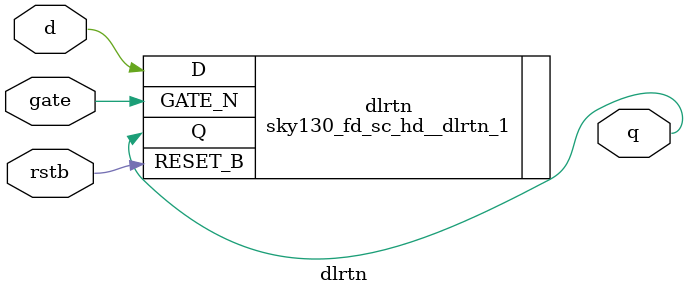
<source format=v>
`timescale 1ns/1ps
module dlrtn(
	input d,
	input gate,
	input rstb,
	output reg q);

	`ifdef RUN_DV
		always@(rstb,d,gate)begin
			if(!rstb) q<=0;
			else if(!gate) q<=d;
		end
	`else
		sky130_fd_sc_hd__dlrtn_1 dlrtn(
			.Q(q),
			.RESET_B(rstb),
			.D(d),
			.GATE_N(gate));
	`endif
endmodule
/*
module tb_dlrtn;
reg d,clk,rstb;
wire q;

dlrtn dl(
	.d(d),
	.gate(clk),
	.rstb(rstb),
	.q(q));
parameter freq=256000;
real clk_half_pd=(1.0/(2*freq))*1e9;

initial begin
	clk=0;
	forever
		#(clk_half_pd) clk=~clk;
end

initial begin
	$dumpfile("dlrtn.vcd");
	$dumpvars;
end

initial begin
	rstb=0;
	d=1;
	repeat(5) @(posedge clk);
	#100 rstb=1;
	#600 rstb=0;
	$finish;
end
endmodule
*/
</source>
